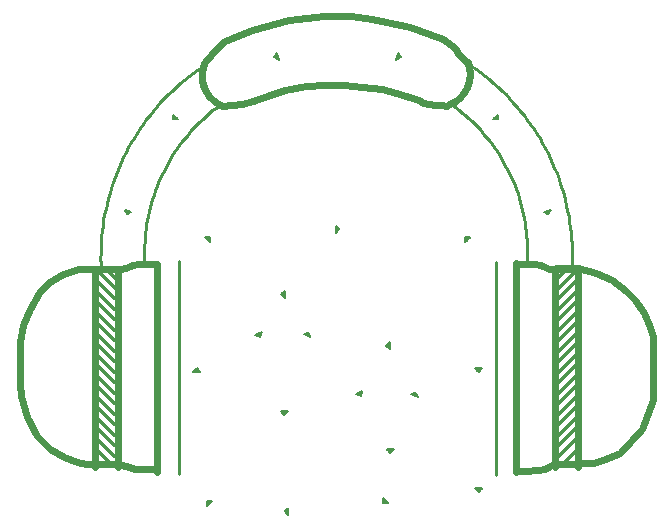
<source format=gto>
%FSLAX46Y46*%
%MOIN*%
%ADD10C,0.024*%
%ADD11C,0.01*%
%ADD12C,0.006*%
%ADD13C,0.005*%
%LPD*%
D10*
X302200Y243600D02*
G01*
Y905500D01*
X249700D01*
X194700Y887500D01*
X147700Y858500D01*
X114700Y824500D01*
X84700Y772500D01*
X63700Y716500D01*
X51700Y660500D01*
Y520500D01*
X54700Y482500D01*
X75700Y412500D01*
X109700Y348500D01*
X151700Y304500D01*
X198700Y278500D01*
X242700Y261500D01*
X272700Y255500D01*
X382700D01*
X401700Y249500D01*
X406700Y247500D02*
X435700Y236500D01*
X507700D01*
X508300Y227800D02*
Y253100D01*
Y915300D01*
X509300Y921600D02*
X444900D01*
X429100Y918500D01*
X419600Y915300D01*
X406900Y909000D01*
X387400Y905800D01*
X300400D02*
X378300D01*
Y243600D01*
X1480400Y1452100D02*
X1482900Y1453100D01*
X1487700Y1455200D01*
X1492500Y1457500D01*
X1494900Y1458700D01*
X1499500Y1461400D01*
X1501700Y1462800D01*
X1503900Y1464300D01*
X1506100Y1465800D01*
X1508200Y1467400D01*
X1510300Y1469000D01*
X1512400Y1470600D01*
X1514400Y1472400D01*
X1518300Y1476000D01*
X1522100Y1479700D01*
X1525600Y1483700D01*
X1529000Y1487800D01*
X1530600Y1489900D01*
X1532100Y1492100D01*
X1533600Y1494300D01*
X1536400Y1498800D01*
X1537800Y1501000D01*
X1539100Y1503400D01*
X1541400Y1508100D01*
X1542600Y1510500D01*
X1544600Y1515400D01*
X1545500Y1517900D01*
X1547200Y1523000D01*
X1548600Y1528100D01*
X1549200Y1530600D01*
X1549800Y1533200D01*
X1550300Y1535800D01*
X1550700Y1538500D01*
X1551400Y1543700D01*
X1551700Y1546400D01*
X1552000Y1551700D01*
Y1554300D01*
X1551900Y1559600D01*
X1551800Y1562300D01*
X1551300Y1567600D01*
X1551000Y1570200D01*
X1550100Y1575500D01*
X1549600Y1578100D01*
X1549000Y1580600D01*
X1548300Y1583200D01*
X1547600Y1585800D01*
X1546000Y1590800D01*
X1545100Y1593300D01*
X1482900Y1453100D02*
X1485300Y1454100D01*
X1487700Y1455200D02*
X1490100Y1456300D01*
X1494900Y1458700D02*
X1497200Y1460000D01*
X1514400Y1472400D02*
X1516400Y1474100D01*
X1518300Y1476000D02*
X1520200Y1477800D01*
X1522100Y1479700D02*
X1523900Y1481700D01*
X1525600Y1483700D02*
X1527300Y1485700D01*
X1533600Y1494300D02*
X1535100Y1496500D01*
X1539100Y1503400D02*
X1540300Y1505700D01*
X1542600Y1510500D02*
X1543600Y1513000D01*
X1545500Y1517900D02*
X1546400Y1520400D01*
X1547200Y1523000D02*
X1547900Y1525500D01*
X1550700Y1538500D02*
X1551100Y1541100D01*
X1551700Y1546400D02*
X1551800Y1549000D01*
X1552000Y1554300D02*
Y1557000D01*
X1551800Y1562300D02*
X1551600Y1564900D01*
X1551000Y1570200D02*
X1550600Y1572800D01*
X1547600Y1585800D02*
X1546900Y1588300D01*
X1546700Y1592500D02*
X1516700Y1617500D01*
X1501700Y1642500D01*
X1461700Y1672500D01*
X1351700Y1712500D01*
X1225700Y1738500D01*
X1157700Y1746500D01*
X1065700D01*
X948700Y1735500D01*
X824700Y1702500D01*
X736700Y1663500D01*
X708700Y1641500D01*
X668700Y1594500D01*
X666900Y1590200D02*
X665900Y1587700D01*
X664200Y1582800D01*
X663400Y1580300D01*
X662700Y1577800D01*
X662000Y1575200D01*
X661400Y1572700D01*
X660400Y1567500D01*
X660000Y1564900D01*
X659400Y1559700D01*
X659000Y1554500D01*
X658900Y1551900D01*
X659000Y1546600D01*
Y1544000D01*
X659400Y1538800D01*
X659700Y1536200D01*
X660500Y1531000D01*
X661000Y1528400D01*
X662100Y1523300D01*
X662800Y1520800D01*
X663500Y1518300D01*
X664300Y1515800D01*
X665100Y1513300D01*
X667000Y1508400D01*
X668000Y1506000D01*
X669100Y1503600D01*
X670200Y1501200D01*
X671400Y1498900D01*
X672700Y1496600D01*
X675300Y1492100D01*
X676700Y1489900D01*
X679700Y1485600D01*
X682900Y1481400D01*
X684600Y1479400D01*
X686300Y1477400D01*
X688100Y1475500D01*
X689900Y1473600D01*
X691700Y1471700D01*
X693600Y1469900D01*
X695600Y1468200D01*
X697600Y1466500D01*
X699600Y1464800D01*
X703700Y1461600D01*
X708100Y1458600D01*
X712500Y1455900D01*
X714800Y1454600D01*
X719400Y1452200D01*
X724200Y1450000D01*
X726600Y1448900D01*
X791700Y1454500D01*
X828700Y1463500D01*
X874700Y1481500D01*
X937700Y1501500D01*
X1007700Y1513500D01*
X1068700Y1516500D01*
X1132700D01*
X1192700Y1512500D01*
X1259700Y1503500D01*
X1307700Y1491500D01*
X1381700Y1466500D01*
X1397700Y1459500D01*
X1435700Y1452500D01*
X1456700D01*
X1474700Y1448500D01*
X665900Y1587700D02*
X665000Y1585300D01*
X661400Y1572700D02*
X660900Y1570100D01*
X660000Y1564900D02*
X659700Y1562300D01*
X659400Y1559700D02*
X659200Y1557100D01*
X658900Y1551900D02*
Y1549300D01*
X659000Y1544000D02*
X659200Y1541400D01*
X659700Y1536200D02*
X660100Y1533600D01*
X661000Y1528400D02*
X661500Y1525900D01*
X665100Y1513300D02*
X666000Y1510800D01*
X672700Y1496600D02*
X674000Y1494300D01*
X676700Y1489900D02*
X678200Y1487700D01*
X679700Y1485600D02*
X681300Y1483500D01*
X699600Y1464800D02*
X701600Y1463200D01*
X703700Y1461600D02*
X705900Y1460100D01*
X708100Y1458600D02*
X710300Y1457200D01*
X714800Y1454600D02*
X717100Y1453300D01*
X719400Y1452200D02*
X721800Y1451000D01*
X1705900Y921600D02*
X1770300D01*
X1786100Y918500D01*
X1795600Y915300D01*
X1808300Y909000D01*
X1817800Y905800D01*
X1836800D01*
X1912900D01*
Y243600D01*
X1913700Y254500D02*
X1837700D01*
X1819700Y246500D01*
X1801700Y239500D01*
X1780700Y234500D01*
X1736700Y232500D01*
X1706700D01*
X1706800Y227800D02*
Y253100D01*
Y925300D01*
X1836800Y905800D02*
Y243600D01*
X1916700Y257500D02*
X1961700D01*
X1996700Y267500D01*
X2051700Y292500D01*
X2126700Y372500D01*
X2161700Y467500D01*
Y677500D01*
X2151700Y712500D01*
X2131700Y757500D01*
X2101700Y802500D01*
X2071700Y832500D01*
X2026700Y867500D01*
X1971700Y892500D01*
X1912700Y906500D01*
D11*
X1901700Y897500D02*
X1841700Y837500D01*
X1836700Y867500D02*
X1876700Y907500D01*
X1906700Y867500D02*
X1846700Y807500D01*
Y772500D02*
X1906700Y832500D01*
Y797500D02*
X1846700Y737500D01*
Y702500D02*
X1906700Y762500D01*
Y727500D02*
X1846700Y667500D01*
Y632500D02*
X1906700Y692500D01*
Y657500D02*
X1846700Y597500D01*
Y562500D02*
X1906700Y622500D01*
Y587500D02*
X1846700Y527500D01*
Y492500D02*
X1906700Y552500D01*
Y517500D02*
X1846700Y457500D01*
Y422500D02*
X1906700Y482500D01*
Y447500D02*
X1846700Y387500D01*
Y352500D02*
X1906700Y412500D01*
Y377500D02*
X1846700Y317500D01*
Y282500D02*
X1906700Y342500D01*
X1911700Y307500D02*
X1851700Y247500D01*
X1640300Y218200D02*
Y928500D01*
X1491700Y1452500D02*
X1503300Y1444000D01*
X1514700Y1435200D01*
X1525900Y1426200D01*
X1536900Y1416900D01*
X1547700Y1407300D01*
X1558200Y1397500D01*
X1568500Y1387400D01*
X1578500Y1377000D01*
X1588300Y1366500D01*
X1597900Y1355700D01*
X1607200Y1344600D01*
X1616200Y1333400D01*
X1624900Y1321900D01*
X1633300Y1310200D01*
X1641500Y1298400D01*
X1649400Y1286300D01*
X1657000Y1274100D01*
X1664300Y1261600D01*
X1671200Y1249000D01*
X1677900Y1236300D01*
X1684300Y1223300D01*
X1690300Y1210300D01*
X1696100Y1197000D01*
X1701500Y1183700D01*
X1706600Y1170200D01*
X1711400Y1156600D01*
X1715800Y1142900D01*
X1719900Y1129100D01*
X1723700Y1115200D01*
X1727100Y1101200D01*
X1730200Y1087100D01*
X1733000Y1073000D01*
X1735400Y1058800D01*
X1737500Y1044500D01*
X1739200Y1030200D01*
X1740600Y1015900D01*
X1741700Y1001500D01*
X1742400Y987100D01*
X1742700Y972700D01*
Y958300D01*
X1742400Y943900D01*
X1741700Y929500D01*
Y925500D01*
X1892700Y914500D02*
X1893200Y933100D01*
X1893300Y951600D01*
X1892900Y970200D01*
X1892100Y988700D01*
X1890900Y1007200D01*
X1889200Y1025700D01*
X1887000Y1044100D01*
X1884400Y1062500D01*
X1881400Y1080800D01*
X1877900Y1099000D01*
X1874000Y1117100D01*
X1869700Y1135200D01*
X1864900Y1153100D01*
X1859700Y1170900D01*
X1854000Y1188600D01*
X1848000Y1206100D01*
X1841500Y1223500D01*
X1834600Y1240700D01*
X1827300Y1257800D01*
X1819500Y1274700D01*
X1811400Y1291300D01*
X1802900Y1307800D01*
X1794000Y1324100D01*
X1784700Y1340100D01*
X1775000Y1355900D01*
X1764900Y1371500D01*
X1754400Y1386900D01*
X1743600Y1401900D01*
X1732500Y1416700D01*
X1720900Y1431300D01*
X1709100Y1445500D01*
X1696900Y1459500D01*
X1684300Y1473200D01*
X1671400Y1486500D01*
X1658200Y1499600D01*
X1644700Y1512300D01*
X1630900Y1524700D01*
X1616800Y1536800D01*
X1602500Y1548500D01*
X1587800Y1559900D01*
X1572900Y1570900D01*
X1557700Y1581500D01*
X1554700Y1584500D01*
X717700Y1450500D02*
X706000Y1441900D01*
X694600Y1433100D01*
X683400Y1423900D01*
X672400Y1414600D01*
X661600Y1404900D01*
X651000Y1395000D01*
X640800Y1384800D01*
X630700Y1374400D01*
X620900Y1363800D01*
X611400Y1352900D01*
X602100Y1341800D01*
X593100Y1330400D01*
X584400Y1318900D01*
X576000Y1307100D01*
X567800Y1295200D01*
X559900Y1283100D01*
X552400Y1270700D01*
X545100Y1258200D01*
X538200Y1245500D01*
X531500Y1232700D01*
X525100Y1219700D01*
X519100Y1206600D01*
X513400Y1193300D01*
X508000Y1179800D01*
X502900Y1166300D01*
X498200Y1152600D01*
X493800Y1138800D01*
X489700Y1125000D01*
X486000Y1111000D01*
X482600Y1096900D01*
X479500Y1082800D01*
X476800Y1068600D01*
X474400Y1054300D01*
X472400Y1040000D01*
X470700Y1025600D01*
X469400Y1011200D01*
X468400Y996800D01*
X467700Y982300D01*
X467500Y967900D01*
Y953400D01*
X467900Y939000D01*
X468700Y924500D01*
X376700Y867500D02*
X336700Y907500D01*
X321700D02*
Y922500D01*
X321300Y940900D01*
X321400Y959200D01*
X321900Y977600D01*
X322900Y995900D01*
X324300Y1014200D01*
X326200Y1032500D01*
X328500Y1050700D01*
X331300Y1068900D01*
X334400Y1087000D01*
X338000Y1105000D01*
X342100Y1122900D01*
X346600Y1140700D01*
X351500Y1158400D01*
X356800Y1176000D01*
X362500Y1193400D01*
X368700Y1210700D01*
X375300Y1227900D01*
X382300Y1244900D01*
X389700Y1261700D01*
X397500Y1278300D01*
X405700Y1294700D01*
X414300Y1310900D01*
X423300Y1327000D01*
X432700Y1342800D01*
X442400Y1358300D01*
X452500Y1373600D01*
X463000Y1388700D01*
X473900Y1403500D01*
X485100Y1418100D01*
X496600Y1432400D01*
X508500Y1446400D01*
X520700Y1460100D01*
X533300Y1473500D01*
X546100Y1486600D01*
X559300Y1499400D01*
X572800Y1511900D01*
X586600Y1524000D01*
X600700Y1535800D01*
X615000Y1547300D01*
X629600Y1558400D01*
X644500Y1569100D01*
X659700Y1579500D01*
X311700Y897500D02*
X371700Y837500D01*
X366700Y807500D02*
X306700Y867500D01*
Y832500D02*
X366700Y772500D01*
Y737500D02*
X306700Y797500D01*
Y762500D02*
X366700Y702500D01*
Y667500D02*
X306700Y727500D01*
Y692500D02*
X366700Y632500D01*
Y597500D02*
X306700Y657500D01*
Y622500D02*
X366700Y562500D01*
Y527500D02*
X306700Y587500D01*
Y552500D02*
X366700Y492500D01*
Y457500D02*
X306700Y517500D01*
Y482500D02*
X366700Y422500D01*
Y387500D02*
X306700Y447500D01*
Y412500D02*
X366700Y352500D01*
Y317500D02*
X306700Y377500D01*
Y342500D02*
X366700Y282500D01*
X361700Y247500D02*
X301700Y307500D01*
X584400Y221400D02*
Y931600D01*
D12*
X1912900Y915800D02*
X1836800D01*
Y243600D02*
X1912900D01*
D13*
X921400Y430200D02*
X945000D01*
X933200Y418400D01*
X921400Y430200D01*
X925700Y425900D02*
X940700D01*
X935700Y420900D02*
X930700D01*
X1593500Y173400D02*
X1569900D01*
X1581700Y161600D01*
X1593500Y173400D01*
X1591800Y171700D02*
X1571600D01*
X1576600Y166700D02*
X1586800D01*
X1581800Y161700D02*
X1581500D01*
X1279200Y123300D02*
X1262500D01*
Y140000D01*
X1279200Y123300D01*
X1275700Y126800D02*
X1262500D01*
Y131800D02*
X1270700D01*
X1265700Y136800D02*
X1262500D01*
X1286700Y291600D02*
X1274900Y303400D01*
X1298500D01*
X1286700Y291600D01*
X1282000Y296300D02*
X1291400D01*
X1296400Y301300D02*
X1277000D01*
X1189800Y482600D02*
X1194100Y498800D01*
X1173700Y487000D01*
X1189800Y482600D01*
X1190600Y485800D02*
X1178200D01*
X1180200Y490700D02*
X1192000D01*
X1193300Y495700D02*
X1188900D01*
X1357600Y488500D02*
X1378000Y476700D01*
X1373700Y492900D01*
X1357600Y488500D01*
X1362400Y485800D02*
X1375600D01*
X1374300Y490700D02*
X1365800D01*
X1371000Y480800D02*
X1376900D01*
X1284700Y637600D02*
X1272900Y649500D01*
X1284700Y661300D01*
Y637600D01*
Y640300D02*
X1282100D01*
X1284700Y645300D02*
X1277100D01*
X1273700Y650300D02*
X1284700D01*
Y655200D02*
X1278700D01*
X1283700Y660200D02*
X1284700D01*
X935900Y808900D02*
X924100Y820700D01*
X935900Y832500D01*
Y808900D01*
Y809800D02*
X935000D01*
X935900Y814800D02*
X930000D01*
X925000Y819800D02*
X935900D01*
Y824700D02*
X928200D01*
X933200Y829700D02*
X935900D01*
X858000Y695400D02*
X853700Y679200D01*
X837600Y683500D01*
X858000Y695400D01*
Y695100D02*
X857700D01*
X856600Y690100D02*
X849000D01*
X855300Y685200D02*
X840400D01*
X850100Y680200D02*
X854000D01*
X999300Y688300D02*
X1015400Y692600D01*
X1019700Y676500D01*
X999300Y688300D01*
X1004700Y685200D02*
X1017400D01*
X1018800Y680200D02*
X1013300D01*
X1016100Y690100D02*
X1006200D01*
X685800Y995000D02*
X669100Y1011700D01*
X685800D01*
Y995000D01*
Y999200D02*
X681600D01*
X685800Y1004200D02*
X676600D01*
X671600Y1009200D02*
X685800D01*
X424600Y1095200D02*
X410100Y1086800D01*
X401800Y1101300D01*
X424600Y1095200D01*
X422500Y1093900D02*
X406000D01*
X408900Y1089000D02*
X413900D01*
X410600Y1098900D02*
X403100D01*
X562900Y1403000D02*
X579500Y1404400D01*
X561400Y1419600D01*
X562900Y1403000D01*
X563200D01*
X562400Y1408000D02*
X575300D01*
X569300Y1413000D02*
X562000D01*
X561600Y1418000D02*
X563400D01*
X901000Y1611000D02*
X915400Y1602600D01*
X909300Y1625400D01*
X901000Y1611000D01*
X901800Y1612400D02*
X912800D01*
X911500Y1617400D02*
X904700D01*
X907500Y1622400D02*
X910100D01*
X907200Y1607400D02*
X914100D01*
X1307900Y1602600D02*
X1314000Y1625400D01*
X1322400Y1611000D01*
X1307900Y1602600D01*
X1309200Y1607400D02*
X1316200D01*
X1321600Y1612400D02*
X1310500D01*
X1311900Y1617400D02*
X1318700D01*
X1315800Y1622400D02*
X1313200D01*
X1628800Y1404400D02*
X1646900Y1419600D01*
X1645500Y1403000D01*
X1628800Y1404400D01*
X1633100Y1408000D02*
X1645900D01*
X1646300Y1413000D02*
X1639000D01*
X1644900Y1418000D02*
X1646800D01*
X1645500Y1403000D02*
X1645100D01*
X1798700Y1095200D02*
X1821500Y1101300D01*
X1813200Y1086800D01*
X1798700Y1095200D01*
X1800800Y1093900D02*
X1817300D01*
X1814400Y1089000D02*
X1809500D01*
X1812800Y1098900D02*
X1820200D01*
X1554200Y1011700D02*
X1537500Y995000D01*
Y1011700D01*
X1554200D01*
X1551700Y1009200D02*
X1537500D01*
Y1004200D02*
X1546700D01*
X1541700Y999200D02*
X1537500D01*
X1117600Y1037500D02*
X1105800Y1049300D01*
Y1025700D01*
X1117600Y1037500D01*
X1116000Y1039100D02*
X1105800D01*
Y1044100D02*
X1111000D01*
X1106000Y1049100D02*
X1105800D01*
Y1034100D02*
X1114200D01*
X1109200Y1029100D02*
X1105800D01*
X641700Y573400D02*
X629900Y561600D01*
X653500D01*
X641700Y573400D01*
X638700Y570500D02*
X644600D01*
X649600Y565500D02*
X633800D01*
X947600Y109300D02*
X935800Y97500D01*
X947600Y85700D01*
Y109300D01*
Y106900D02*
X945100D01*
X947600Y101900D02*
X940100D01*
X936400Y96900D02*
X947600D01*
Y91900D02*
X941300D01*
X946300Y86900D02*
X947600D01*
X694200Y131700D02*
X677500Y115000D01*
Y131700D01*
X694200D01*
X689300Y126800D02*
X677500D01*
Y121800D02*
X684300D01*
X679400Y116900D02*
X677500D01*
X1581700Y561600D02*
X1593500Y573400D01*
X1569900D01*
X1581700Y561600D01*
X1577800Y565500D02*
X1585600D01*
X1590600Y570500D02*
X1572800D01*
M02*

</source>
